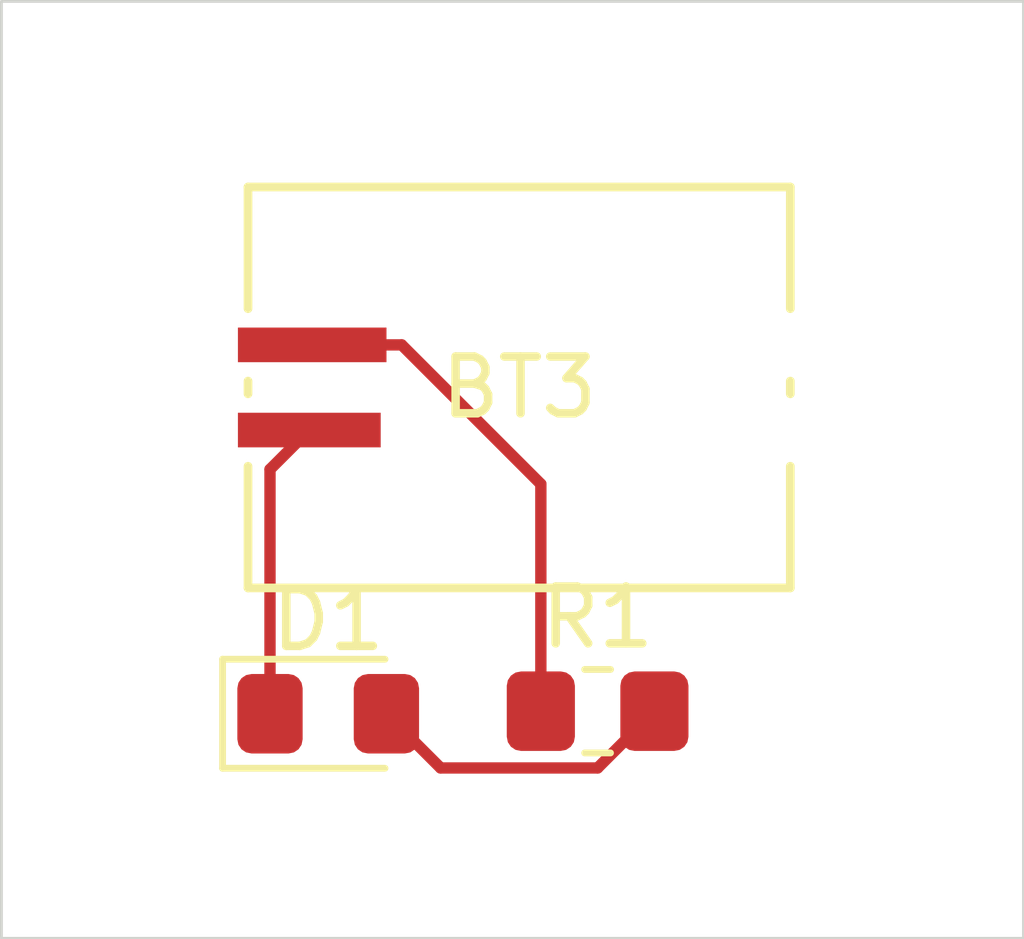
<source format=kicad_pcb>
(kicad_pcb (version 20240108) (generator "pcbnew") (generator_version "8.0")
  (layers (0 "F.Cu" signal) (31 "B.Cu" signal) (34 "B.Paste" user) (35 "F.Paste" user) (36 "B.SilkS" user "B.Silkscreen") (37 "F.SilkS" user "F.Silkscreen") (38 "B.Mask" user) (39 "F.Mask" user) (44 "Edge.Cuts" user))
  (net 0 "")
  (net 1 "Net-(BT3--)")
  (net 2 "Net-(BT3-+)")
  (net 3 "Net-(D1-A)")
  (footprint "Resistor_SMD:R_0805_2012Metric_Pad1.20x1.40mm_HandSolder" (layer "F.Cu") (at 102 90.5)
    (property "Reference" "R1" (at 0 -1.65 0) (layer "F.SilkS"))
    (property "Value" "R")
    (fp_line (start -0.227064 -0.735) (end 0.227064 -0.735) (stroke (width 0.12)) (layer "F.SilkS"))
    (fp_line (start -0.227064 0.735) (end 0.227064 0.735) (stroke (width 0.12)) (layer "F.SilkS"))
    (pad "1" smd roundrect (at -1 0) (size 1.2 1.4) (layers "F.Cu" "F.Paste" "F.Mask") (roundrect_rratio 0.208333) (net 2 "Net-(BT3-+)"))
    (pad "2" smd roundrect (at 1 0) (size 1.2 1.4) (layers "F.Cu" "F.Paste" "F.Mask") (roundrect_rratio 0.208333) (net 3 "Net-(D1-A)"))
  )
  (footprint "FS_3_Global_Footprint_Library:MS621FE-FL11E_SEC" (layer "F.Cu") (at 100.6182 84.7988)
    (property "Reference" "BT3" (at 0 0 0) (layer "F.SilkS"))
    (property "Value" "Battery_Cell")
    (fp_line (start -4.7752 -3.5306) (end -4.7752 -1.387541) (stroke (width 0.1524)) (layer "F.SilkS"))
    (fp_line (start -4.7752 -0.112461) (end -4.7752 0.112461) (stroke (width 0.1524)) (layer "F.SilkS"))
    (fp_line (start -4.7752 1.387541) (end -4.7752 3.5306) (stroke (width 0.1524)) (layer "F.SilkS"))
    (fp_line (start -4.7752 3.5306) (end 4.7752 3.5306) (stroke (width 0.1524)) (layer "F.SilkS"))
    (fp_line (start 4.7752 -3.5306) (end -4.7752 -3.5306) (stroke (width 0.1524)) (layer "F.SilkS"))
    (fp_line (start 4.7752 -1.387541) (end 4.7752 -3.5306) (stroke (width 0.1524)) (layer "F.SilkS"))
    (fp_line (start 4.7752 0.112461) (end 4.7752 -0.112461) (stroke (width 0.1524)) (layer "F.SilkS"))
    (fp_line (start 4.7752 3.5306) (end 4.7752 1.387541) (stroke (width 0.1524)) (layer "F.SilkS"))
    (pad "1" smd rect (at -3.6449 -0.750001) (size 2.6162 0.6096) (layers "F.Cu" "F.Paste" "F.Mask") (net 2 "Net-(BT3-+)"))
    (pad "2" smd rect (at -3.6957 0.750001) (size 2.5146 0.6096) (layers "F.Cu" "F.Paste" "F.Mask") (net 1 "Net-(BT3--)"))
  )
  (footprint "LED_SMD:LED_0805_2012Metric_Pad1.15x1.40mm_HandSolder" (layer "F.Cu") (at 97.255 90.545)
    (property "Reference" "D1" (at 0 -1.65 0) (layer "F.SilkS"))
    (property "Value" "LED")
    (fp_line (start -1.86 -0.96) (end -1.86 0.96) (stroke (width 0.12)) (layer "F.SilkS"))
    (fp_line (start -1.86 0.96) (end 1 0.96) (stroke (width 0.12)) (layer "F.SilkS"))
    (fp_line (start 1 -0.96) (end -1.86 -0.96) (stroke (width 0.12)) (layer "F.SilkS"))
    (pad "1" smd roundrect (at -1.025 0) (size 1.15 1.4) (layers "F.Cu" "F.Paste" "F.Mask") (roundrect_rratio 0.217391) (net 1 "Net-(BT3--)"))
    (pad "2" smd roundrect (at 1.025 0) (size 1.15 1.4) (layers "F.Cu" "F.Paste" "F.Mask") (roundrect_rratio 0.217391) (net 3 "Net-(D1-A)"))
  )
  (gr_rect (start 91.5 78) (end 109.5 94.5) (stroke (width 0.05)) (fill none) (layer "Edge.Cuts"))
  (segment (start 96.23 86.241301) (end 96.9225 85.548801) (width 0.2) (layer "F.Cu") (net 1))
  (segment (start 96.23 90.545) (end 96.23 86.241301) (width 0.2) (layer "F.Cu") (net 1))
  (segment (start 101 86.5) (end 98.548799 84.048799) (width 0.2) (layer "F.Cu") (net 2))
  (segment (start 98.548799 84.048799) (end 96.9733 84.048799) (width 0.2) (layer "F.Cu") (net 2))
  (segment (start 101 90.5) (end 101 86.5) (width 0.2) (layer "F.Cu") (net 2))
  (segment (start 102 91.5) (end 103 90.5) (width 0.2) (layer "F.Cu") (net 3))
  (segment (start 99.235 91.5) (end 102 91.5) (width 0.2) (layer "F.Cu") (net 3))
  (segment (start 98.28 90.545) (end 99.235 91.5) (width 0.2) (layer "F.Cu") (net 3))
)
</source>
